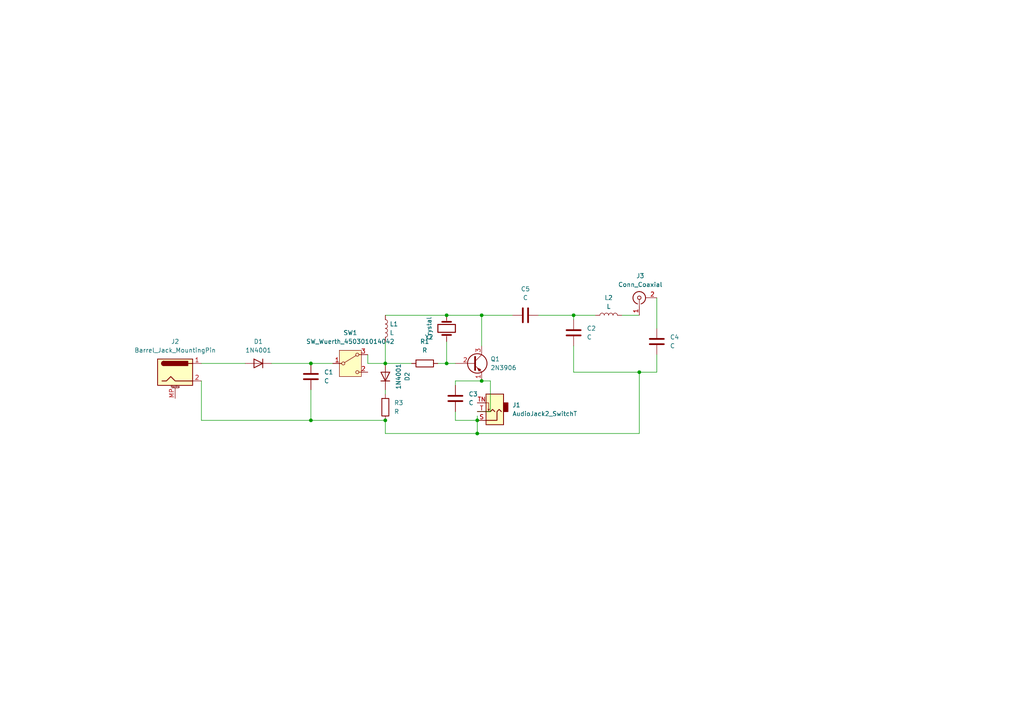
<source format=kicad_sch>
(kicad_sch (version 20231120) (generator "eeschema") (generator_version "8.0")
  (paper "A4")
  (lib_symbols
    (symbol "Connector:Barrel_Jack_MountingPin" (pin_names hide)
      (property "Reference" "J" (at 0 5.334 0))
      (property "Value" "Barrel_Jack_MountingPin" (at 1.27 -6.35 0))
      (symbol "Barrel_Jack_MountingPin_0_1"
        (rectangle (start -5.08 3.81) (end 5.08 -3.81) (stroke (width 0.254)) (fill (type background)))
        (arc (start -3.302 3.175) (mid -3.9343 2.54) (end -3.302 1.905) (stroke (width 0.254)))
        (arc (start -3.302 3.175) (mid -3.9343 2.54) (end -3.302 1.905) (stroke (width 0.254)) (fill (type outline)))
        (polyline (pts (xy 5.08 2.54) (xy 3.81 2.54)) (stroke (width 0.254)))
        (polyline (pts (xy -3.81 -2.54) (xy -2.54 -2.54) (xy -1.27 -1.27) (xy 0 -2.54) (xy 2.54 -2.54) (xy 5.08 -2.54)) (stroke (width 0.254)))
        (rectangle (start 3.683 3.175) (end -3.302 1.905) (stroke (width 0.254)) (fill (type outline)))
      )
      (symbol "Barrel_Jack_MountingPin_1_1"
        (polyline (pts (xy -1.016 -4.572) (xy 1.016 -4.572)) (stroke (width 0.1524)))
        (text "Mounting" (at 0 -4.191 0) (effects (font (size 0.381 0.381))))
        (pin passive line (at 7.62 2.54 180) (length 2.54) (name "~") (number "1"))
        (pin passive line (at 7.62 -2.54 180) (length 2.54) (name "~") (number "2"))
        (pin passive line (at 0 -7.62 90) (length 3.048) (name "MountPin") (number "MP"))
      )
    )
    (symbol "Connector:Conn_Coaxial" (pin_names (offset 1.016) hide)
      (property "Reference" "J" (at 0.254 3.048 0))
      (property "Value" "Conn_Coaxial" (at 2.921 0 90))
      (symbol "Conn_Coaxial_0_1"
        (arc (start -1.778 -0.508) (mid 0.2311 -1.8066) (end 1.778 0) (stroke (width 0.254)))
        (polyline (pts (xy -2.54 0) (xy -0.508 0)))
        (polyline (pts (xy 0 -2.54) (xy 0 -1.778)))
        (circle (center 0 0) (radius 0.508) (stroke (width 0.2032)))
        (arc (start 1.778 0) (mid 0.2099 1.8101) (end -1.778 0.508) (stroke (width 0.254)))
      )
      (symbol "Conn_Coaxial_1_1"
        (pin passive line (at -5.08 0 0) (length 2.54) (name "In") (number "1"))
        (pin passive line (at 0 -5.08 90) (length 2.54) (name "Ext") (number "2"))
      )
    )
    (symbol "Connector_Audio:AudioJack2_SwitchT"
      (property "Reference" "J" (at 0 8.89 0))
      (property "Value" "AudioJack2_SwitchT" (at 0 6.35 0))
      (symbol "AudioJack2_SwitchT_0_1"
        (rectangle (start -2.54 0) (end -3.81 -2.54) (stroke (width 0.254)) (fill (type outline)))
        (polyline (pts (xy 1.778 -0.254) (xy 2.032 -0.762)))
        (polyline (pts (xy 0 0) (xy 0.635 -0.635) (xy 1.27 0) (xy 2.54 0)) (stroke (width 0.254)))
        (polyline (pts (xy 2.54 -2.54) (xy 1.778 -2.54) (xy 1.778 -0.254) (xy 1.524 -0.762)))
        (polyline (pts (xy 2.54 2.54) (xy -0.635 2.54) (xy -0.635 0) (xy -1.27 -0.635) (xy -1.905 0)) (stroke (width 0.254)))
        (rectangle (start 2.54 3.81) (end -2.54 -5.08) (stroke (width 0.254)) (fill (type background)))
      )
      (symbol "AudioJack2_SwitchT_1_1"
        (pin passive line (at 5.08 2.54 180) (length 2.54) (name "~") (number "S"))
        (pin passive line (at 5.08 0 180) (length 2.54) (name "~") (number "T"))
        (pin passive line (at 5.08 -2.54 180) (length 2.54) (name "~") (number "TN"))
      )
    )
    (symbol "Device:C" (pin_numbers hide) (pin_names (offset 0.254))
      (property "Reference" "C" (at 0.635 2.54 0))
      (property "Value" "C" (at 0.635 -2.54 0))
      (symbol "C_0_1"
        (polyline (pts (xy -2.032 -0.762) (xy 2.032 -0.762)) (stroke (width 0.508)))
        (polyline (pts (xy -2.032 0.762) (xy 2.032 0.762)) (stroke (width 0.508)))
      )
      (symbol "C_1_1"
        (pin passive line (at 0 3.81 270) (length 2.794) (name "~") (number "1"))
        (pin passive line (at 0 -3.81 90) (length 2.794) (name "~") (number "2"))
      )
    )
    (symbol "Device:Crystal" (pin_numbers hide) (pin_names (offset 1.016) hide)
      (property "Reference" "Y" (at 0 3.81 0))
      (property "Value" "Crystal" (at 0 -3.81 0))
      (symbol "Crystal_0_1"
        (rectangle (start -1.143 2.54) (end 1.143 -2.54) (stroke (width 0.3048)))
        (polyline (pts (xy -2.54 0) (xy -1.905 0)))
        (polyline (pts (xy -1.905 -1.27) (xy -1.905 1.27)) (stroke (width 0.508)))
        (polyline (pts (xy 1.905 -1.27) (xy 1.905 1.27)) (stroke (width 0.508)))
        (polyline (pts (xy 2.54 0) (xy 1.905 0)))
      )
      (symbol "Crystal_1_1"
        (pin passive line (at -3.81 0 0) (length 1.27) (name "1") (number "1"))
        (pin passive line (at 3.81 0 180) (length 1.27) (name "2") (number "2"))
      )
    )
    (symbol "Device:L" (pin_numbers hide) (pin_names (offset 1.016) hide)
      (property "Reference" "L" (at -1.27 0 90))
      (property "Value" "L" (at 1.905 0 90))
      (symbol "L_0_1"
        (arc (start 0 -2.54) (mid 0.6323 -1.905) (end 0 -1.27))
        (arc (start 0 -1.27) (mid 0.6323 -0.635) (end 0 0))
        (arc (start 0 0) (mid 0.6323 0.635) (end 0 1.27))
        (arc (start 0 1.27) (mid 0.6323 1.905) (end 0 2.54))
      )
      (symbol "L_1_1"
        (pin passive line (at 0 3.81 270) (length 1.27) (name "1") (number "1"))
        (pin passive line (at 0 -3.81 90) (length 1.27) (name "2") (number "2"))
      )
    )
    (symbol "Device:R" (pin_numbers hide) (pin_names (offset 0))
      (property "Reference" "R" (at 2.032 0 90))
      (property "Value" "R" (at 0 0 90))
      (symbol "R_0_1"
        (rectangle (start -1.016 -2.54) (end 1.016 2.54) (stroke (width 0.254)))
      )
      (symbol "R_1_1"
        (pin passive line (at 0 3.81 270) (length 1.27) (name "~") (number "1"))
        (pin passive line (at 0 -3.81 90) (length 1.27) (name "~") (number "2"))
      )
    )
    (symbol "Diode:1N4001" (pin_numbers hide) (pin_names hide)
      (property "Reference" "D" (at 0 2.54 0))
      (property "Value" "1N4001" (at 0 -2.54 0))
      (symbol "1N4001_0_1"
        (polyline (pts (xy -1.27 1.27) (xy -1.27 -1.27)) (stroke (width 0.254)))
        (polyline (pts (xy 1.27 0) (xy -1.27 0)))
        (polyline (pts (xy 1.27 1.27) (xy 1.27 -1.27) (xy -1.27 0) (xy 1.27 1.27)) (stroke (width 0.254)))
      )
      (symbol "1N4001_1_1"
        (pin passive line (at -3.81 0 0) (length 2.54) (name "K") (number "1"))
        (pin passive line (at 3.81 0 180) (length 2.54) (name "A") (number "2"))
      )
    )
    (symbol "Switch:SW_Wuerth_450301014042" (pin_names (offset 1) hide)
      (property "Reference" "SW" (at 0 5.08 0))
      (property "Value" "SW_Wuerth_450301014042" (at 0 -5.08 0))
      (symbol "SW_Wuerth_450301014042_0_1"
        (circle (center -2.032 0) (radius 0.4572))
        (polyline (pts (xy -1.651 0.254) (xy 1.651 2.286)))
        (circle (center 2.032 -2.54) (radius 0.4572))
        (circle (center 2.032 2.54) (radius 0.4572))
      )
      (symbol "SW_Wuerth_450301014042_1_1"
        (rectangle (start -3.175 3.81) (end 3.175 -3.81) (fill (type background)))
        (pin passive line (at -5.08 0 0) (length 2.54) (name "B") (number "1"))
        (pin passive line (at 5.08 -2.54 180) (length 2.54) (name "C") (number "2"))
        (pin passive line (at 5.08 2.54 180) (length 2.54) (name "A") (number "3"))
      )
    )
    (symbol "Transistor_BJT:2N3906" (pin_names (offset 0) hide)
      (property "Reference" "Q" (at 5.08 1.905 0))
      (property "Value" "2N3906" (at 5.08 0 0))
      (symbol "2N3906_0_1"
        (polyline (pts (xy 0.635 0.635) (xy 2.54 2.54)))
        (polyline (pts (xy 0.635 -0.635) (xy 2.54 -2.54) (xy 2.54 -2.54)))
        (polyline (pts (xy 0.635 1.905) (xy 0.635 -1.905) (xy 0.635 -1.905)) (stroke (width 0.508)))
        (polyline (pts (xy 2.286 -1.778) (xy 1.778 -2.286) (xy 1.27 -1.27) (xy 2.286 -1.778) (xy 2.286 -1.778)) (fill (type outline)))
        (circle (center 1.27 0) (radius 2.8194) (stroke (width 0.254)))
      )
      (symbol "2N3906_1_1"
        (pin passive line (at 2.54 -5.08 90) (length 2.54) (name "E") (number "1"))
        (pin input line (at -5.08 0 0) (length 5.715) (name "B") (number "2"))
        (pin passive line (at 2.54 5.08 270) (length 2.54) (name "C") (number "3"))
      )
    )
  )
  (junction (at 138.43 125.73))
  (junction (at 111.76 105.41))
  (junction (at 90.17 105.41))
  (junction (at 139.7 110.49))
  (junction (at 129.54 105.41))
  (junction (at 166.37 91.44))
  (junction (at 129.54 91.44))
  (junction (at 111.76 121.92))
  (junction (at 139.7 91.44))
  (junction (at 138.43 121.92))
  (junction (at 185.42 107.95))
  (junction (at 90.17 121.92))
  (wire (pts (xy 132.08 110.49) (xy 132.08 111.76)))
  (wire (pts (xy 111.76 91.44) (xy 129.54 91.44)))
  (wire (pts (xy 156.21 91.44) (xy 166.37 91.44)))
  (wire (pts (xy 90.17 105.41) (xy 96.52 105.41)))
  (wire (pts (xy 58.42 121.92) (xy 90.17 121.92)))
  (wire (pts (xy 138.43 121.92) (xy 138.43 125.73)))
  (wire (pts (xy 190.5 107.95) (xy 185.42 107.95)))
  (wire (pts (xy 166.37 91.44) (xy 172.72 91.44)))
  (wire (pts (xy 142.24 119.38) (xy 142.24 110.49)))
  (wire (pts (xy 138.43 120.65) (xy 138.43 121.92)))
  (wire (pts (xy 106.68 102.87) (xy 106.68 105.41)))
  (wire (pts (xy 180.34 91.44) (xy 185.42 91.44)))
  (wire (pts (xy 111.76 99.06) (xy 111.76 105.41)))
  (wire (pts (xy 142.24 110.49) (xy 139.7 110.49)))
  (wire (pts (xy 132.08 121.92) (xy 138.43 121.92)))
  (wire (pts (xy 166.37 107.95) (xy 185.42 107.95)))
  (wire (pts (xy 106.68 105.41) (xy 111.76 105.41)))
  (wire (pts (xy 190.5 107.95) (xy 190.5 102.87)))
  (wire (pts (xy 139.7 110.49) (xy 132.08 110.49)))
  (wire (pts (xy 129.54 99.06) (xy 129.54 105.41)))
  (wire (pts (xy 166.37 100.33) (xy 166.37 107.95)))
  (wire (pts (xy 129.54 91.44) (xy 139.7 91.44)))
  (wire (pts (xy 58.42 105.41) (xy 71.12 105.41)))
  (wire (pts (xy 185.42 125.73) (xy 185.42 107.95)))
  (wire (pts (xy 111.76 105.41) (xy 119.38 105.41)))
  (wire (pts (xy 90.17 121.92) (xy 111.76 121.92)))
  (wire (pts (xy 127 105.41) (xy 129.54 105.41)))
  (wire (pts (xy 138.43 119.38) (xy 142.24 119.38)))
  (wire (pts (xy 78.74 105.41) (xy 90.17 105.41)))
  (wire (pts (xy 166.37 91.44) (xy 166.37 92.71)))
  (wire (pts (xy 58.42 110.49) (xy 58.42 121.92)))
  (wire (pts (xy 138.43 125.73) (xy 111.76 125.73)))
  (wire (pts (xy 139.7 91.44) (xy 139.7 100.33)))
  (wire (pts (xy 111.76 125.73) (xy 111.76 121.92)))
  (wire (pts (xy 90.17 113.03) (xy 90.17 121.92)))
  (wire (pts (xy 111.76 113.03) (xy 111.76 114.3)))
  (wire (pts (xy 138.43 125.73) (xy 185.42 125.73)))
  (wire (pts (xy 190.5 86.36) (xy 190.5 95.25)))
  (wire (pts (xy 132.08 119.38) (xy 132.08 121.92)))
  (wire (pts (xy 139.7 91.44) (xy 148.59 91.44)))
  (wire (pts (xy 129.54 105.41) (xy 132.08 105.41)))
  (symbol (lib_id "Device:R") (at 111.76 118.11 0) (unit 1)
    (property "Reference" "R3" (at 114.3 116.8399 0) (effects (justify left)))
    (property "Value" "R" (at 114.3 119.3799 0) (effects (justify left)))
    (property "Footprint" "Resistor_THT:R_Axial_DIN0207_L6.3mm_D2.5mm_P5.08mm_Vertical" (effects (hide yes)))
    (property "Description" "Resistor" (effects (hide yes)))
  )
  (symbol (lib_id "Device:L") (at 176.53 91.44 90) (unit 1)
    (property "Reference" "L2" (at 176.53 86.36 90))
    (property "Value" "L" (at 176.53 88.9 90))
    (property "Footprint" "Inductor_SMD:L_Bourns-SRN6028" (effects (hide yes)))
    (property "Description" "Inductor" (effects (hide yes)))
  )
  (symbol (lib_id "Device:L") (at 111.76 95.25 0) (unit 1)
    (property "Reference" "L1" (at 113.03 93.9799 0) (effects (justify left)))
    (property "Value" "L" (at 113.03 96.5199 0) (effects (justify left)))
    (property "Footprint" "Inductor_SMD:L_Bourns-SRN6028" (effects (hide yes)))
    (property "Description" "Inductor" (effects (hide yes)))
  )
  (symbol (lib_id "Device:R") (at 123.19 105.41 270) (unit 1)
    (property "Reference" "R1" (at 123.19 99.06 90))
    (property "Value" "R" (at 123.19 101.6 90))
    (property "Footprint" "Resistor_THT:R_Axial_DIN0207_L6.3mm_D2.5mm_P5.08mm_Vertical" (effects (hide yes)))
    (property "Description" "Resistor" (effects (hide yes)))
  )
  (symbol (lib_id "Transistor_BJT:2N3906") (at 137.16 105.41 0) (unit 1)
    (property "Reference" "Q1" (at 142.24 104.1399 0) (effects (justify left)))
    (property "Value" "2N3906" (at 142.24 106.6799 0) (effects (justify left)))
    (property "Footprint" "Package_TO_SOT_THT:TO-92_Inline" (effects (hide yes)))
    (property "Datasheet" "https://www.onsemi.com/pub/Collateral/2N3906-D.PDF" (effects (hide yes)))
    (property "Description" "-0.2A Ic, -40V Vce, Small Signal PNP Transistor, TO-92" (effects (hide yes)))
  )
  (symbol (lib_id "Device:Crystal") (at 129.54 95.25 90) (unit 1)
    (property "Reference" "Y2" (at 124.46 97.79 90))
    (property "Value" "Crystal" (at 124.46 95.25 0))
    (property "Footprint" "Crystal:Crystal_HC49-U_Vertical" (effects (hide yes)))
    (property "Description" "Two pin crystal" (effects (hide yes)))
  )
  (symbol (lib_id "Diode:1N4001") (at 74.93 105.41 0) (mirror y) (unit 1)
    (property "Reference" "D1" (at 74.93 99.06 0))
    (property "Value" "1N4001" (at 74.93 101.6 0))
    (property "Footprint" "Diode_THT:D_DO-41_SOD81_P10.16mm_Horizontal" (effects (hide yes)))
    (property "Datasheet" "http://www.vishay.com/docs/88503/1n4001.pdf" (effects (hide yes)))
    (property "Description" "50V 1A General Purpose Rectifier Diode, DO-41" (effects (hide yes)))
    (property "Sim.Device" "D" (effects (hide yes)))
    (property "Sim.Pins" "1=K 2=A" (effects (hide yes)))
  )
  (symbol (lib_id "Connector:Conn_Coaxial") (at 185.42 86.36 90) (unit 1)
    (property "Reference" "J3" (at 185.7132 80.01 90))
    (property "Value" "Conn_Coaxial" (at 185.7132 82.55 90))
    (property "Footprint" "Connector_Coaxial:BNC_Amphenol_B6252HB-NPP3G-50_Horizontal" (effects (hide yes)))
    (property "Description" "coaxial connector (BNC, SMA, SMB, SMC, Cinch/RCA, LEMO, ...)" (effects (hide yes)))
  )
  (symbol (lib_id "Connector_Audio:AudioJack2_SwitchT") (at 143.51 119.38 180) (unit 1)
    (property "Reference" "J1" (at 148.59 117.4749 0) (effects (justify right)))
    (property "Value" "AudioJack2_SwitchT" (at 148.59 120.0149 0) (effects (justify right)))
    (property "Footprint" "Connector_Audio:Jack_3.5mm_Lumberg_1503_07_Horizontal" (effects (hide yes)))
    (property "Description" "Audio Jack, 2 Poles (Mono / TS), Switched T Pole (Normalling)" (effects (hide yes)))
  )
  (symbol (lib_id "Device:C") (at 190.5 99.06 0) (unit 1)
    (property "Reference" "C4" (at 194.31 97.7899 0) (effects (justify left)))
    (property "Value" "C" (at 194.31 100.3299 0) (effects (justify left)))
    (property "Footprint" "Capacitor_THT:C_Rect_L4.0mm_W2.5mm_P2.50mm" (effects (hide yes)))
    (property "Description" "Unpolarized capacitor" (effects (hide yes)))
  )
  (symbol (lib_id "Device:C") (at 166.37 96.52 0) (unit 1)
    (property "Reference" "C2" (at 170.18 95.2499 0) (effects (justify left)))
    (property "Value" "C" (at 170.18 97.7899 0) (effects (justify left)))
    (property "Footprint" "Capacitor_THT:C_Rect_L4.0mm_W2.5mm_P2.50mm" (effects (hide yes)))
    (property "Description" "Unpolarized capacitor" (effects (hide yes)))
  )
  (symbol (lib_id "Device:C") (at 90.17 109.22 0) (unit 1)
    (property "Reference" "C1" (at 93.98 107.9499 0) (effects (justify left)))
    (property "Value" "C" (at 93.98 110.4899 0) (effects (justify left)))
    (property "Footprint" "Capacitor_THT:C_Rect_L4.0mm_W2.5mm_P2.50mm" (effects (hide yes)))
    (property "Description" "Unpolarized capacitor" (effects (hide yes)))
  )
  (symbol (lib_id "Connector:Barrel_Jack_MountingPin") (at 50.8 107.95 0) (unit 1)
    (property "Reference" "J2" (at 50.8 99.06 0))
    (property "Value" "Barrel_Jack_MountingPin" (at 50.8 101.6 0))
    (property "Footprint" "Connector_BarrelJack:BarrelJack_CLIFF_FC681465S_SMT_Horizontal" (effects (hide yes)))
    (property "Description" "DC Barrel Jack with a mounting pin" (effects (hide yes)))
  )
  (symbol (lib_id "Diode:1N4001") (at 111.76 109.22 270) (mirror x) (unit 1)
    (property "Reference" "D2" (at 118.11 109.22 0))
    (property "Value" "1N4001" (at 115.57 109.22 0))
    (property "Footprint" "Diode_THT:D_DO-41_SOD81_P10.16mm_Horizontal" (effects (hide yes)))
    (property "Datasheet" "http://www.vishay.com/docs/88503/1n4001.pdf" (effects (hide yes)))
    (property "Description" "50V 1A General Purpose Rectifier Diode, DO-41" (effects (hide yes)))
    (property "Sim.Device" "D" (effects (hide yes)))
    (property "Sim.Pins" "1=K 2=A" (effects (hide yes)))
  )
  (symbol (lib_id "Device:C") (at 152.4 91.44 90) (unit 1)
    (property "Reference" "C5" (at 152.4 83.82 90))
    (property "Value" "C" (at 152.4 86.36 90))
    (property "Footprint" "Capacitor_THT:C_Rect_L4.0mm_W2.5mm_P2.50mm" (effects (hide yes)))
    (property "Description" "Unpolarized capacitor" (effects (hide yes)))
  )
  (symbol (lib_id "Device:C") (at 132.08 115.57 0) (unit 1)
    (property "Reference" "C3" (at 135.89 114.2999 0) (effects (justify left)))
    (property "Value" "C" (at 135.89 116.8399 0) (effects (justify left)))
    (property "Footprint" "Capacitor_THT:C_Rect_L4.0mm_W2.5mm_P2.50mm" (effects (hide yes)))
    (property "Description" "Unpolarized capacitor" (effects (hide yes)))
  )
  (symbol (lib_id "Switch:SW_Wuerth_450301014042") (at 101.6 105.41 0) (unit 1)
    (property "Reference" "SW1" (at 101.6 96.52 0))
    (property "Value" "SW_Wuerth_450301014042" (at 101.6 99.06 0))
    (property "Footprint" "Button_Switch_THT:SW_Slide-03_Wuerth-WS-SLTV_10x2.5x6.4_P2.54mm" (effects (hide yes)))
    (property "Datasheet" "https://www.we-online.com/components/products/datasheet/450301014042.pdf" (effects (hide yes)))
    (property "Description" "Switch slide, single pole double throw" (effects (hide yes)))
  )
)
</source>
